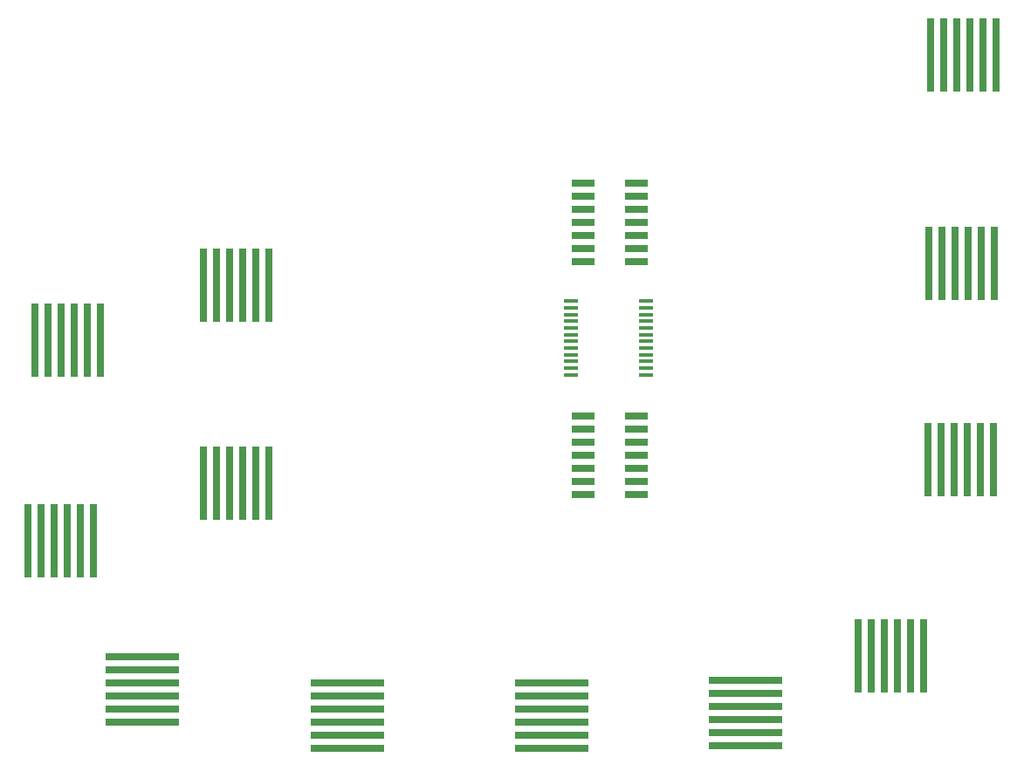
<source format=gtp>
G75*
%MOIN*%
%OFA0B0*%
%FSLAX24Y24*%
%IPPOS*%
%LPD*%
%AMOC8*
5,1,8,0,0,1.08239X$1,22.5*
%
%ADD10R,0.0550X0.0137*%
%ADD11R,0.0866X0.0315*%
%ADD12R,0.0299X0.2835*%
%ADD13R,0.2835X0.0299*%
D10*
X025847Y020473D03*
X025847Y020728D03*
X025847Y020984D03*
X025847Y021240D03*
X025847Y021496D03*
X025847Y021752D03*
X025847Y022008D03*
X025847Y022264D03*
X025847Y022520D03*
X025847Y022776D03*
X025847Y023032D03*
X025847Y023287D03*
X028726Y023287D03*
X028726Y023032D03*
X028726Y022776D03*
X028726Y022520D03*
X028726Y022264D03*
X028726Y022008D03*
X028726Y021752D03*
X028726Y021496D03*
X028726Y021240D03*
X028726Y020984D03*
X028726Y020728D03*
X028726Y020473D03*
D11*
X028360Y018880D03*
X028360Y018380D03*
X028360Y017880D03*
X028360Y017380D03*
X028360Y016880D03*
X028360Y016380D03*
X028360Y015880D03*
X026313Y015880D03*
X026313Y016380D03*
X026313Y016880D03*
X026313Y017380D03*
X026313Y017880D03*
X026313Y018380D03*
X026313Y018880D03*
X026313Y024780D03*
X026313Y025280D03*
X026313Y025780D03*
X026313Y026280D03*
X026313Y026780D03*
X026313Y027280D03*
X026313Y027780D03*
X028360Y027780D03*
X028360Y027280D03*
X028360Y026780D03*
X028360Y026280D03*
X028360Y025780D03*
X028360Y025280D03*
X028360Y024780D03*
D12*
X039486Y017230D03*
X039986Y017230D03*
X040486Y017230D03*
X040986Y017230D03*
X041486Y017230D03*
X041986Y017230D03*
X042036Y024730D03*
X041536Y024730D03*
X041036Y024730D03*
X040536Y024730D03*
X040036Y024730D03*
X039536Y024730D03*
X039586Y032680D03*
X040086Y032680D03*
X040586Y032680D03*
X041086Y032680D03*
X041586Y032680D03*
X042086Y032680D03*
X014336Y023880D03*
X013836Y023880D03*
X013336Y023880D03*
X012836Y023880D03*
X012336Y023880D03*
X011836Y023880D03*
X007886Y021780D03*
X007386Y021780D03*
X006886Y021780D03*
X006386Y021780D03*
X005886Y021780D03*
X005386Y021780D03*
X011836Y016330D03*
X012336Y016330D03*
X012836Y016330D03*
X013336Y016330D03*
X013836Y016330D03*
X014336Y016330D03*
X007636Y014130D03*
X007136Y014130D03*
X006636Y014130D03*
X006136Y014130D03*
X005636Y014130D03*
X005136Y014130D03*
X036836Y009730D03*
X037336Y009730D03*
X037836Y009730D03*
X038336Y009730D03*
X038836Y009730D03*
X039336Y009730D03*
D13*
X009486Y007180D03*
X009486Y007680D03*
X009486Y008180D03*
X009486Y008680D03*
X009486Y009180D03*
X009486Y009680D03*
X017336Y008680D03*
X017336Y008180D03*
X017336Y007680D03*
X017336Y007180D03*
X017336Y006680D03*
X017336Y006180D03*
X025136Y006180D03*
X025136Y006680D03*
X025136Y007180D03*
X025136Y007680D03*
X025136Y008180D03*
X025136Y008680D03*
X032536Y008780D03*
X032536Y008280D03*
X032536Y007780D03*
X032536Y007280D03*
X032536Y006780D03*
X032536Y006280D03*
M02*

</source>
